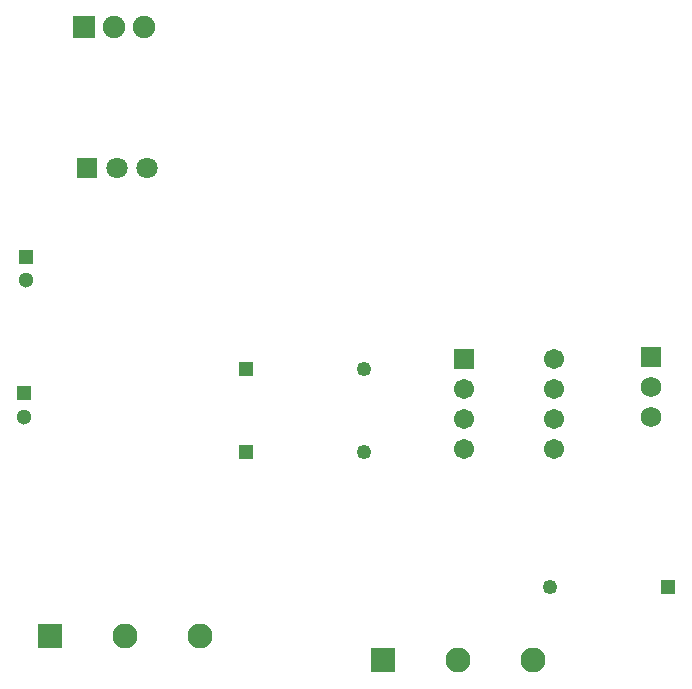
<source format=gbs>
G04*
G04 #@! TF.GenerationSoftware,Altium Limited,Altium Designer,23.2.1 (34)*
G04*
G04 Layer_Color=16711935*
%FSLAX44Y44*%
%MOMM*%
G71*
G04*
G04 #@! TF.SameCoordinates,851AC272-0A9D-4C73-9226-38D0B36C9836*
G04*
G04*
G04 #@! TF.FilePolarity,Negative*
G04*
G01*
G75*
%ADD14R,1.7532X1.7532*%
%ADD15C,1.7532*%
%ADD16C,1.8032*%
%ADD17R,1.8032X1.8032*%
%ADD18C,1.9032*%
%ADD19R,1.9032X1.9032*%
%ADD20C,1.3000*%
%ADD21R,1.3000X1.3000*%
%ADD22C,1.2500*%
%ADD23R,1.2500X1.2500*%
%ADD24R,1.7032X1.7032*%
%ADD25C,1.7032*%
%ADD26C,2.1032*%
%ADD27R,2.1032X2.1032*%
D14*
X1116330Y905510D02*
D03*
D15*
Y880110D02*
D03*
Y854710D02*
D03*
D16*
X689610Y1065530D02*
D03*
X664210D02*
D03*
D17*
X638810D02*
D03*
D18*
X687070Y1184910D02*
D03*
X661670D02*
D03*
D19*
X636270D02*
D03*
D20*
X586740Y970440D02*
D03*
X585470Y855030D02*
D03*
D21*
X586740Y990440D02*
D03*
X585470Y875030D02*
D03*
D22*
X872960Y895350D02*
D03*
Y825500D02*
D03*
X1030770Y711200D02*
D03*
D23*
X772960Y895350D02*
D03*
Y825500D02*
D03*
X1130770Y711200D02*
D03*
D24*
X957580Y904240D02*
D03*
D25*
Y878840D02*
D03*
Y853440D02*
D03*
Y828040D02*
D03*
X1033780Y904240D02*
D03*
Y878840D02*
D03*
Y853440D02*
D03*
Y828040D02*
D03*
D26*
X952500Y648970D02*
D03*
X1016000D02*
D03*
X670560Y669290D02*
D03*
X734060D02*
D03*
D27*
X889000Y648970D02*
D03*
X607060Y669290D02*
D03*
M02*

</source>
